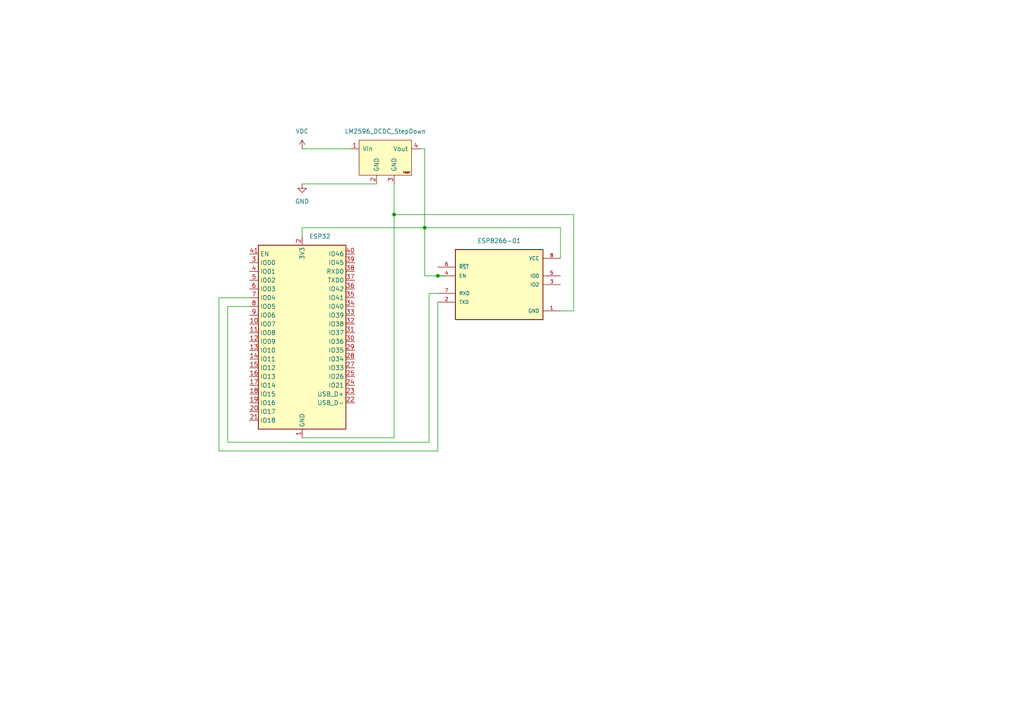
<source format=kicad_sch>
(kicad_sch (version 20211123) (generator eeschema)
  (paper "A4")
  (lib_symbols
    (symbol "ESP01:ESP8266-01{brace}slash}ESP-01" (pin_names (offset 1.016))
      (property "Value" "ESP8266-01" (at 0 12.7 0))
      (symbol "ESP8266-01{brace}slash}ESP-01_0_0"
        (rectangle (start -12.7 -10.16) (end 12.7 10.16) (stroke (width 0.254)) (fill (type background)))
        (pin power_in line (at 17.78 -7.62 180) (length 5.08) (name "GND") (number "1"))
        (pin output line (at -17.78 -5.08 0) (length 5.08) (name "TXD") (number "2"))
        (pin bidirectional line (at 17.78 0 180) (length 5.08) (name "IO2") (number "3"))
        (pin input line (at -17.78 2.54 0) (length 5.08) (name "EN") (number "4"))
        (pin bidirectional line (at 17.78 2.54 180) (length 5.08) (name "IO0") (number "5"))
        (pin input line (at -17.78 5.08 0) (length 5.08) (name "~{RST}") (number "6"))
        (pin input line (at -17.78 -2.54 0) (length 5.08) (name "RXD") (number "7"))
        (pin power_in line (at 17.78 7.62 180) (length 5.08) (name "VCC") (number "8"))
      )
    )
    (symbol "LM2596:YAAJ_DCDC_StepDown_LM2596" (pin_names (offset 1.016))
      (property "Reference" "U" (at -5.08 6.35 0))
      (property "Value" "YAAJ_DCDC_StepDown_LM2596" (at 0 11.43 0))
      (symbol "YAAJ_DCDC_StepDown_LM2596_0_1"
        (rectangle (start -7.62 5.08) (end 7.62 -5.08) (fill (type background)))
      )
      (symbol "YAAJ_DCDC_StepDown_LM2596_1_1"
        (text "Y@@V" (at 6.1976 -4.2672 0) (effects (font (size 0.508 0.508))))
        (pin power_in line (at -10.16 2.54 0) (length 2.54) (name "Vin") (number "1"))
        (pin power_in line (at -2.54 -7.62 90) (length 2.54) (name "GND") (number "2"))
        (pin power_in line (at 2.54 -7.62 90) (length 2.54) (name "GND") (number "3"))
        (pin power_out line (at 10.16 2.54 180) (length 2.54) (name "Vout") (number "4"))
      )
    )
    (symbol "RF_Module:ESP32-S2-WROVER"
      (property "Reference" "U" (at -12.7 29.21 0))
      (property "Value" "ESP32-S2-WROVER" (at 2.54 29.21 0))
      (symbol "ESP32-S2-WROVER_0_1"
        (rectangle (start -12.7 27.94) (end 12.7 -25.4) (stroke (width 0.254)) (fill (type background)))
      )
      (symbol "ESP32-S2-WROVER_1_1"
        (pin power_in line (at 0 -27.94 90) (length 2.54) (name "GND") (number "1"))
        (pin bidirectional line (at -15.24 5.08 0) (length 2.54) (name "IO07") (number "10"))
        (pin bidirectional line (at -15.24 2.54 0) (length 2.54) (name "IO08") (number "11"))
        (pin bidirectional line (at -15.24 0 0) (length 2.54) (name "IO09") (number "12"))
        (pin bidirectional line (at -15.24 -2.54 0) (length 2.54) (name "IO10") (number "13"))
        (pin bidirectional line (at -15.24 -5.08 0) (length 2.54) (name "IO11") (number "14"))
        (pin bidirectional line (at -15.24 -7.62 0) (length 2.54) (name "IO12") (number "15"))
        (pin bidirectional line (at -15.24 -10.16 0) (length 2.54) (name "IO13") (number "16"))
        (pin bidirectional line (at -15.24 -12.7 0) (length 2.54) (name "IO14") (number "17"))
        (pin bidirectional line (at -15.24 -15.24 0) (length 2.54) (name "IO15") (number "18"))
        (pin bidirectional line (at -15.24 -17.78 0) (length 2.54) (name "IO16") (number "19"))
        (pin power_in line (at 0 30.48 270) (length 2.54) (name "3V3") (number "2"))
        (pin bidirectional line (at -15.24 -20.32 0) (length 2.54) (name "IO17") (number "20"))
        (pin bidirectional line (at -15.24 -22.86 0) (length 2.54) (name "IO18") (number "21"))
        (pin bidirectional line (at 15.24 -17.78 180) (length 2.54) (name "USB_D-") (number "22"))
        (pin bidirectional line (at 15.24 -15.24 180) (length 2.54) (name "USB_D+") (number "23"))
        (pin bidirectional line (at 15.24 -12.7 180) (length 2.54) (name "IO21") (number "24"))
        (pin bidirectional line (at 15.24 -10.16 180) (length 2.54) (name "IO26") (number "25"))
        (pin passive line (at 0 -27.94 90) (length 2.54) hide (name "GND") (number "26"))
        (pin bidirectional line (at 15.24 -7.62 180) (length 2.54) (name "IO33") (number "27"))
        (pin bidirectional line (at 15.24 -5.08 180) (length 2.54) (name "IO34") (number "28"))
        (pin bidirectional line (at 15.24 -2.54 180) (length 2.54) (name "IO35") (number "29"))
        (pin bidirectional line (at -15.24 22.86 0) (length 2.54) (name "IO00") (number "3"))
        (pin bidirectional line (at 15.24 0 180) (length 2.54) (name "IO36") (number "30"))
        (pin bidirectional line (at 15.24 2.54 180) (length 2.54) (name "IO37") (number "31"))
        (pin bidirectional line (at 15.24 5.08 180) (length 2.54) (name "IO38") (number "32"))
        (pin bidirectional line (at 15.24 7.62 180) (length 2.54) (name "IO39") (number "33"))
        (pin bidirectional line (at 15.24 10.16 180) (length 2.54) (name "IO40") (number "34"))
        (pin bidirectional line (at 15.24 12.7 180) (length 2.54) (name "IO41") (number "35"))
        (pin bidirectional line (at 15.24 15.24 180) (length 2.54) (name "IO42") (number "36"))
        (pin bidirectional line (at 15.24 17.78 180) (length 2.54) (name "TXD0") (number "37"))
        (pin bidirectional line (at 15.24 20.32 180) (length 2.54) (name "RXD0") (number "38"))
        (pin bidirectional line (at 15.24 22.86 180) (length 2.54) (name "IO45") (number "39"))
        (pin bidirectional line (at -15.24 20.32 0) (length 2.54) (name "IO01") (number "4"))
        (pin input line (at 15.24 25.4 180) (length 2.54) (name "IO46") (number "40"))
        (pin input line (at -15.24 25.4 0) (length 2.54) (name "EN") (number "41"))
        (pin passive line (at 0 -27.94 90) (length 2.54) hide (name "GND") (number "42"))
        (pin passive line (at 0 -27.94 90) (length 2.54) hide (name "GND") (number "43"))
        (pin bidirectional line (at -15.24 17.78 0) (length 2.54) (name "IO02") (number "5"))
        (pin bidirectional line (at -15.24 15.24 0) (length 2.54) (name "IO03") (number "6"))
        (pin bidirectional line (at -15.24 12.7 0) (length 2.54) (name "IO04") (number "7"))
        (pin bidirectional line (at -15.24 10.16 0) (length 2.54) (name "IO05") (number "8"))
        (pin bidirectional line (at -15.24 7.62 0) (length 2.54) (name "IO06") (number "9"))
      )
    )
    (symbol "power:GND" (power) (pin_names (offset 0))
      (property "Value" "GND" (at 0 -3.81 0))
      (symbol "GND_0_1"
        (polyline (pts (xy 0 0) (xy 0 -1.27) (xy 1.27 -1.27) (xy 0 -2.54) (xy -1.27 -1.27) (xy 0 -1.27)))
      )
      (symbol "GND_1_1"
        (pin power_in line (at 0 0 270) (length 0) hide (name "GND") (number "1"))
      )
    )
    (symbol "power:VDC" (power) (pin_names (offset 0))
      (property "Value" "VDC" (at 0 6.35 0))
      (symbol "VDC_0_1"
        (polyline (pts (xy -0.762 1.27) (xy 0 2.54)))
        (polyline (pts (xy 0 0) (xy 0 2.54)))
        (polyline (pts (xy 0 2.54) (xy 0.762 1.27)))
      )
      (symbol "VDC_1_1"
        (pin power_in line (at 0 0 90) (length 0) hide (name "VDC") (number "1"))
      )
    )
  )
  (junction (at 123.19 66.04))
  (junction (at 127 80.01))
  (junction (at 114.3 62.23))
  (wire (pts (xy 66.04 128.27) (xy 66.04 88.9)))
  (wire (pts (xy 87.63 127) (xy 114.3 127)))
  (wire (pts (xy 114.3 127) (xy 114.3 62.23)))
  (wire (pts (xy 166.37 90.17) (xy 166.37 62.23)))
  (wire (pts (xy 124.46 85.09) (xy 124.46 128.27)))
  (wire (pts (xy 162.56 66.04) (xy 162.56 74.93)))
  (wire (pts (xy 127 80.01) (xy 123.19 80.01)))
  (wire (pts (xy 121.92 43.18) (xy 123.19 43.18)))
  (wire (pts (xy 109.22 53.34) (xy 87.63 53.34)))
  (wire (pts (xy 123.19 66.04) (xy 162.56 66.04)))
  (wire (pts (xy 87.63 68.58) (xy 87.63 66.04)))
  (wire (pts (xy 63.5 130.81) (xy 127 130.81)))
  (wire (pts (xy 87.63 43.18) (xy 101.6 43.18)))
  (wire (pts (xy 72.39 86.36) (xy 63.5 86.36)))
  (wire (pts (xy 63.5 86.36) (xy 63.5 130.81)))
  (wire (pts (xy 127 85.09) (xy 124.46 85.09)))
  (wire (pts (xy 123.19 80.01) (xy 123.19 66.04)))
  (wire (pts (xy 127 87.63) (xy 127 130.81)))
  (wire (pts (xy 66.04 88.9) (xy 72.39 88.9)))
  (wire (pts (xy 123.19 43.18) (xy 123.19 66.04)))
  (wire (pts (xy 114.3 53.34) (xy 114.3 62.23)))
  (wire (pts (xy 124.46 128.27) (xy 66.04 128.27)))
  (wire (pts (xy 114.3 62.23) (xy 166.37 62.23)))
  (wire (pts (xy 87.63 66.04) (xy 123.19 66.04)))
  (wire (pts (xy 127 80.01) (xy 129.54 80.01)))
  (wire (pts (xy 162.56 90.17) (xy 166.37 90.17)))
  (symbol (lib_id "RF_Module:ESP32-S2-WROVER") (at 87.63 99.06 0) (unit 1)
    (property "Reference" "U?" (effects hide))
    (property "Value" "ESP32" (at 89.6494 68.58 0) (effects (justify left)))
    (property "Footprint" "RF_Module:ESP32-S2-WROVER" (effects hide))
    (property "Datasheet" "https://www.espressif.com/sites/default/files/documentation/esp32-s2-wroom_esp32-s2-wroom-i_datasheet_en.pdf" (effects hide))
  )
  (symbol (lib_id "ESP01:ESP8266-01{brace}slash}ESP-01") (at 144.78 82.55 0) (unit 1)
    (property "Reference" "U?" (effects hide))
    (property "Value" "ESP8266-01" (at 144.78 69.85 0))
    (property "Footprint" "XCVR_ESP8266-01/ESP-01" (effects hide))
    (property "STANDARD" "Manufacturer recommendations or IPC 7351B" (effects hide))
    (property "MAXIMUM_PACKAGE_HEIGHT" "11.2 mm" (effects hide))
    (property "MANUFACTURER" "AI-Thinker" (effects hide))
    (property "PARTREV" "V1.2" (effects hide))
  )
  (symbol (lib_id "LM2596:YAAJ_DCDC_StepDown_LM2596") (at 111.76 45.72 0) (unit 1)
    (property "Reference" "U?" (effects hide))
    (property "Value" "LM2596_DCDC_StepDown" (at 111.76 38.1 0))
  )
  (symbol (lib_id "power:VDC") (at 87.63 43.18 0) (unit 1)
    (property "Reference" "#PWR?" (effects hide))
    (property "Value" "VDC" (at 87.63 38.1 0))
  )
  (symbol (lib_id "power:GND") (at 87.63 53.34 0) (unit 1)
    (property "Reference" "#PWR?" (effects hide))
    (property "Value" "GND" (at 87.63 58.42 0))
  )
)
</source>
